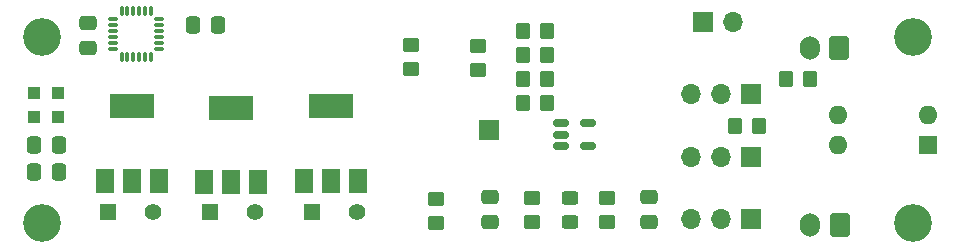
<source format=gbr>
%TF.GenerationSoftware,KiCad,Pcbnew,(6.0.6-0)*%
%TF.CreationDate,2023-07-30T17:28:14+02:00*%
%TF.ProjectId,SR23_T04_Avionics_V1-0-0,53523233-5f54-4303-945f-4176696f6e69,rev?*%
%TF.SameCoordinates,Original*%
%TF.FileFunction,Soldermask,Bot*%
%TF.FilePolarity,Negative*%
%FSLAX46Y46*%
G04 Gerber Fmt 4.6, Leading zero omitted, Abs format (unit mm)*
G04 Created by KiCad (PCBNEW (6.0.6-0)) date 2023-07-30 17:28:14*
%MOMM*%
%LPD*%
G01*
G04 APERTURE LIST*
G04 Aperture macros list*
%AMRoundRect*
0 Rectangle with rounded corners*
0 $1 Rounding radius*
0 $2 $3 $4 $5 $6 $7 $8 $9 X,Y pos of 4 corners*
0 Add a 4 corners polygon primitive as box body*
4,1,4,$2,$3,$4,$5,$6,$7,$8,$9,$2,$3,0*
0 Add four circle primitives for the rounded corners*
1,1,$1+$1,$2,$3*
1,1,$1+$1,$4,$5*
1,1,$1+$1,$6,$7*
1,1,$1+$1,$8,$9*
0 Add four rect primitives between the rounded corners*
20,1,$1+$1,$2,$3,$4,$5,0*
20,1,$1+$1,$4,$5,$6,$7,0*
20,1,$1+$1,$6,$7,$8,$9,0*
20,1,$1+$1,$8,$9,$2,$3,0*%
G04 Aperture macros list end*
%ADD10R,1.700000X1.700000*%
%ADD11O,1.700000X1.700000*%
%ADD12R,1.400000X1.400000*%
%ADD13C,1.400000*%
%ADD14C,3.200000*%
%ADD15RoundRect,0.250000X0.600000X0.750000X-0.600000X0.750000X-0.600000X-0.750000X0.600000X-0.750000X0*%
%ADD16O,1.700000X2.000000*%
%ADD17R,1.600000X1.600000*%
%ADD18O,1.600000X1.600000*%
%ADD19RoundRect,0.250000X0.350000X0.450000X-0.350000X0.450000X-0.350000X-0.450000X0.350000X-0.450000X0*%
%ADD20R,1.000000X1.000000*%
%ADD21RoundRect,0.250000X-0.350000X-0.450000X0.350000X-0.450000X0.350000X0.450000X-0.350000X0.450000X0*%
%ADD22RoundRect,0.250000X0.450000X-0.350000X0.450000X0.350000X-0.450000X0.350000X-0.450000X-0.350000X0*%
%ADD23RoundRect,0.250000X0.475000X-0.337500X0.475000X0.337500X-0.475000X0.337500X-0.475000X-0.337500X0*%
%ADD24R,1.500000X2.000000*%
%ADD25R,3.800000X2.000000*%
%ADD26RoundRect,0.075000X0.075000X-0.350000X0.075000X0.350000X-0.075000X0.350000X-0.075000X-0.350000X0*%
%ADD27RoundRect,0.075000X-0.350000X-0.075000X0.350000X-0.075000X0.350000X0.075000X-0.350000X0.075000X0*%
%ADD28RoundRect,0.250000X-0.337500X-0.475000X0.337500X-0.475000X0.337500X0.475000X-0.337500X0.475000X0*%
%ADD29RoundRect,0.150000X-0.512500X-0.150000X0.512500X-0.150000X0.512500X0.150000X-0.512500X0.150000X0*%
%ADD30RoundRect,0.250000X-0.475000X0.337500X-0.475000X-0.337500X0.475000X-0.337500X0.475000X0.337500X0*%
%ADD31RoundRect,0.250000X0.450000X-0.325000X0.450000X0.325000X-0.450000X0.325000X-0.450000X-0.325000X0*%
G04 APERTURE END LIST*
D10*
%TO.C,J8*%
X162799000Y-101346000D03*
D11*
X160259000Y-101346000D03*
X157719000Y-101346000D03*
%TD*%
D12*
%TO.C,J12*%
X125603000Y-105963000D03*
D13*
X129413000Y-105963000D03*
%TD*%
D14*
%TO.C,H4*%
X176530000Y-106934000D03*
%TD*%
%TO.C,H2*%
X102743000Y-106934000D03*
%TD*%
%TO.C,H1*%
X102743000Y-91186000D03*
%TD*%
D10*
%TO.C,J6*%
X140585819Y-99060000D03*
%TD*%
D15*
%TO.C,J5*%
X170267000Y-92075000D03*
D16*
X167767000Y-92075000D03*
%TD*%
D10*
%TO.C,J14*%
X158745000Y-89916000D03*
D11*
X161285000Y-89916000D03*
%TD*%
D12*
%TO.C,J11*%
X108331000Y-105963000D03*
D13*
X112141000Y-105963000D03*
%TD*%
D17*
%TO.C,SW1*%
X177790000Y-100335000D03*
D18*
X177790000Y-97795000D03*
X170170000Y-97795000D03*
X170170000Y-100335000D03*
%TD*%
D15*
%TO.C,J4*%
X170287000Y-107078000D03*
D16*
X167787000Y-107078000D03*
%TD*%
D12*
%TO.C,J10*%
X116967000Y-105963000D03*
D13*
X120777000Y-105963000D03*
%TD*%
D10*
%TO.C,J7*%
X162814000Y-96012000D03*
D11*
X160274000Y-96012000D03*
X157734000Y-96012000D03*
%TD*%
D14*
%TO.C,H3*%
X176530000Y-91186000D03*
%TD*%
D10*
%TO.C,J9*%
X162799000Y-106553000D03*
D11*
X160259000Y-106553000D03*
X157719000Y-106553000D03*
%TD*%
D19*
%TO.C,R9*%
X163433000Y-98679000D03*
X161433000Y-98679000D03*
%TD*%
%TO.C,R3*%
X145526000Y-94742000D03*
X143526000Y-94742000D03*
%TD*%
D20*
%TO.C,U2*%
X104124000Y-97901000D03*
X104124000Y-95901000D03*
X102124000Y-95901000D03*
X102124000Y-97901000D03*
%TD*%
D21*
%TO.C,R8*%
X143526000Y-90678000D03*
X145526000Y-90678000D03*
%TD*%
D22*
%TO.C,R1*%
X150622000Y-106791000D03*
X150622000Y-104791000D03*
%TD*%
%TO.C,R5*%
X139700000Y-93964000D03*
X139700000Y-91964000D03*
%TD*%
%TO.C,R6*%
X133985000Y-93837000D03*
X133985000Y-91837000D03*
%TD*%
D23*
%TO.C,C4*%
X140716000Y-106828500D03*
X140716000Y-104753500D03*
%TD*%
D24*
%TO.C,Q3*%
X129554000Y-103353000D03*
X127254000Y-103353000D03*
X124954000Y-103353000D03*
D25*
X127254000Y-97053000D03*
%TD*%
D26*
%TO.C,U3*%
X111994000Y-92882000D03*
X111494000Y-92882000D03*
X110994000Y-92882000D03*
X110494000Y-92882000D03*
X109994000Y-92882000D03*
X109494000Y-92882000D03*
D27*
X108794000Y-92182000D03*
X108794000Y-91682000D03*
X108794000Y-91182000D03*
X108794000Y-90682000D03*
X108794000Y-90182000D03*
X108794000Y-89682000D03*
D26*
X109494000Y-88982000D03*
X109994000Y-88982000D03*
X110494000Y-88982000D03*
X110994000Y-88982000D03*
X111494000Y-88982000D03*
X111994000Y-88982000D03*
D27*
X112694000Y-89682000D03*
X112694000Y-90182000D03*
X112694000Y-90682000D03*
X112694000Y-91182000D03*
X112694000Y-91682000D03*
X112694000Y-92182000D03*
%TD*%
D24*
%TO.C,Q2*%
X121045000Y-103480000D03*
X118745000Y-103480000D03*
X116445000Y-103480000D03*
D25*
X118745000Y-97180000D03*
%TD*%
D22*
%TO.C,R2*%
X144272000Y-106791000D03*
X144272000Y-104791000D03*
%TD*%
D28*
%TO.C,C5*%
X117623500Y-90170000D03*
X115548500Y-90170000D03*
%TD*%
D21*
%TO.C,R7*%
X143526000Y-92710000D03*
X145526000Y-92710000D03*
%TD*%
D29*
%TO.C,U1*%
X146690500Y-100391000D03*
X146690500Y-99441000D03*
X146690500Y-98491000D03*
X148965500Y-98491000D03*
X148965500Y-100391000D03*
%TD*%
D21*
%TO.C,R10*%
X165751000Y-94742000D03*
X167751000Y-94742000D03*
%TD*%
D22*
%TO.C,R11*%
X136144000Y-106918000D03*
X136144000Y-104918000D03*
%TD*%
D30*
%TO.C,C1*%
X154178000Y-104753500D03*
X154178000Y-106828500D03*
%TD*%
D24*
%TO.C,Q1*%
X112663000Y-103353000D03*
X110363000Y-103353000D03*
X108063000Y-103353000D03*
D25*
X110363000Y-97053000D03*
%TD*%
D21*
%TO.C,R4*%
X143526000Y-96774000D03*
X145526000Y-96774000D03*
%TD*%
D23*
%TO.C,C6*%
X106680000Y-92096500D03*
X106680000Y-90021500D03*
%TD*%
D28*
%TO.C,C2*%
X102086500Y-100330000D03*
X104161500Y-100330000D03*
%TD*%
D31*
%TO.C,D1*%
X147447000Y-106816000D03*
X147447000Y-104766000D03*
%TD*%
D28*
%TO.C,C3*%
X102086500Y-102616000D03*
X104161500Y-102616000D03*
%TD*%
M02*

</source>
